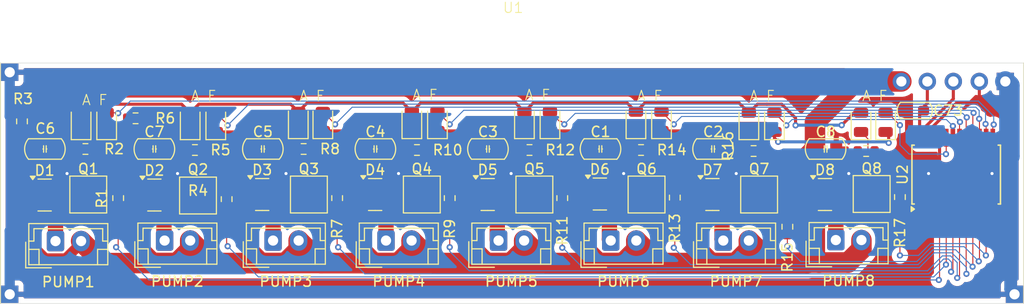
<source format=kicad_pcb>
(kicad_pcb
	(version 20241229)
	(generator "pcbnew")
	(generator_version "9.0")
	(general
		(thickness 1.6)
		(legacy_teardrops no)
	)
	(paper "A4")
	(layers
		(0 "F.Cu" signal)
		(2 "B.Cu" signal)
		(9 "F.Adhes" user "F.Adhesive")
		(11 "B.Adhes" user "B.Adhesive")
		(13 "F.Paste" user)
		(15 "B.Paste" user)
		(5 "F.SilkS" user "F.Silkscreen")
		(7 "B.SilkS" user "B.Silkscreen")
		(1 "F.Mask" user)
		(3 "B.Mask" user)
		(17 "Dwgs.User" user "User.Drawings")
		(19 "Cmts.User" user "User.Comments")
		(21 "Eco1.User" user "User.Eco1")
		(23 "Eco2.User" user "User.Eco2")
		(25 "Edge.Cuts" user)
		(27 "Margin" user)
		(31 "F.CrtYd" user "F.Courtyard")
		(29 "B.CrtYd" user "B.Courtyard")
		(35 "F.Fab" user)
		(33 "B.Fab" user)
		(39 "User.1" user)
		(41 "User.2" user)
		(43 "User.3" user)
		(45 "User.4" user)
	)
	(setup
		(pad_to_mask_clearance 0)
		(allow_soldermask_bridges_in_footprints no)
		(tenting front back)
		(pcbplotparams
			(layerselection 0x00000000_00000000_55555555_5755f5ff)
			(plot_on_all_layers_selection 0x00000000_00000000_00000000_00000000)
			(disableapertmacros no)
			(usegerberextensions no)
			(usegerberattributes yes)
			(usegerberadvancedattributes yes)
			(creategerberjobfile yes)
			(dashed_line_dash_ratio 12.000000)
			(dashed_line_gap_ratio 3.000000)
			(svgprecision 4)
			(plotframeref no)
			(mode 1)
			(useauxorigin no)
			(hpglpennumber 1)
			(hpglpenspeed 20)
			(hpglpendiameter 15.000000)
			(pdf_front_fp_property_popups yes)
			(pdf_back_fp_property_popups yes)
			(pdf_metadata yes)
			(pdf_single_document no)
			(dxfpolygonmode yes)
			(dxfimperialunits yes)
			(dxfusepcbnewfont yes)
			(psnegative no)
			(psa4output no)
			(plot_black_and_white yes)
			(plotinvisibletext no)
			(sketchpadsonfab no)
			(plotpadnumbers no)
			(hidednponfab no)
			(sketchdnponfab yes)
			(crossoutdnponfab yes)
			(subtractmaskfromsilk no)
			(outputformat 1)
			(mirror no)
			(drillshape 1)
			(scaleselection 1)
			(outputdirectory "")
		)
	)
	(net 0 "")
	(net 1 "GND")
	(net 2 "Net-(PUMP2-Pin_1)")
	(net 3 "VBAT")
	(net 4 "Net-(PUMP3-Pin_1)")
	(net 5 "Net-(PUMP4-Pin_1)")
	(net 6 "Net-(PUMP1-Pin_1)")
	(net 7 "Net-(PUMP5-Pin_1)")
	(net 8 "Net-(PUMP6-Pin_1)")
	(net 9 "Net-(PUMP7-Pin_1)")
	(net 10 "Net-(PUMP8-Pin_1)")
	(net 11 "5K_VBAT")
	(net 12 "Net-(P_FAULT1-K)")
	(net 13 "Net-(P_FAULT1-A)")
	(net 14 "Net-(P_FAULT2-A)")
	(net 15 "Net-(P_FAULT3-A)")
	(net 16 "Net-(P_FAULT4-A)")
	(net 17 "Net-(P_FAULT5-A)")
	(net 18 "Net-(P_FAULT6-A)")
	(net 19 "Net-(P_FAULT7-A)")
	(net 20 "Net-(P_FAULT8-A)")
	(net 21 "Net-(Q5-G)")
	(net 22 "PUMP1")
	(net 23 "Net-(Q7-G)")
	(net 24 "PUMP3")
	(net 25 "Net-(Q8-G)")
	(net 26 "PUMP4")
	(net 27 "PUMP5")
	(net 28 "PUMP6")
	(net 29 "PUMP7")
	(net 30 "PUMP8")
	(net 31 "PUMP2")
	(net 32 "3_3V")
	(net 33 "SDA")
	(net 34 "SCL")
	(net 35 "Net-(Q1-G)")
	(net 36 "Net-(Q2-G)")
	(net 37 "Net-(Q3-G)")
	(net 38 "Net-(Q4-G)")
	(net 39 "Net-(Q6-G)")
	(net 40 "unconnected-(U2-~{INT}-Pad1)")
	(footprint "Resistor_SMD:R_0603_1608Metric" (layer "F.Cu") (at 127.8 90.8 90))
	(footprint "PCM_Package_TO_SOT_SMD_AKL:SOT-23" (layer "F.Cu") (at 125.0375 90.45 180))
	(footprint "PCM_Package_TO_SOT_SMD_AKL:SOT-23" (layer "F.Cu") (at 147.075 90.45 180))
	(footprint "PCM_Package_TO_SOT_SMD_AKL:SOT-23" (layer "F.Cu") (at 103.475 90.45 180))
	(footprint "Connector_JST:JST_EH_B2B-EH-A_1x02_P2.50mm_Vertical" (layer "F.Cu") (at 176.5375 94.9))
	(footprint "Connector_JST:JST_EH_B2B-EH-A_1x02_P2.50mm_Vertical" (layer "F.Cu") (at 165.5375 94.95))
	(footprint "PCM_Capacitor_SMD_Handsoldering_AKL:C_0805_2012Metric_Pad1.18x1.45mm" (layer "F.Cu") (at 175.5375 86))
	(footprint "PCM_Capacitor_SMD_Handsoldering_AKL:C_0805_2012Metric_Pad1.18x1.45mm" (layer "F.Cu") (at 153.5375 86))
	(footprint "PCM_Capacitor_SMD_Handsoldering_AKL:C_0805_2012Metric_Pad1.18x1.45mm" (layer "F.Cu") (at 109.9375 86))
	(footprint "PCM_Package_TO_SOT_SMD_AKL:SOT-23" (layer "F.Cu") (at 158.0375 90.45 180))
	(footprint "Resistor_SMD:R_0603_1608Metric" (layer "F.Cu") (at 182.8 90.7 90))
	(footprint "Resistor_SMD:R_0603_1608Metric" (layer "F.Cu") (at 146.6 86.1 180))
	(footprint "LED_SMD:LED_0805_2012Metric" (layer "F.Cu") (at 148.6 83.3 90))
	(footprint "Resistor_SMD:R_0603_1608Metric" (layer "F.Cu") (at 157.5 86.1 180))
	(footprint "LED_SMD:LED_0805_2012Metric" (layer "F.Cu") (at 157 83.3 90))
	(footprint "Resistor_SMD:R_0603_1608Metric" (layer "F.Cu") (at 160.8 90.75 90))
	(footprint "LED_SMD:LED_0805_2012Metric" (layer "F.Cu") (at 113.4375 83.4 90))
	(footprint "Resistor_SMD:R_0603_1608Metric" (layer "F.Cu") (at 106.4 90.8 90))
	(footprint "Modules:PumpModule" (layer "F.Cu") (at 145.1 72.7))
	(footprint "Resistor_SMD:R_0603_1608Metric" (layer "F.Cu") (at 113.9 86.1 180))
	(footprint "LED_SMD:LED_0805_2012Metric" (layer "F.Cu") (at 137.6 83.3 90))
	(footprint "Resistor_SMD:R_0603_1608Metric" (layer "F.Cu") (at 168.5 86.2 180))
	(footprint "PCM_Capacitor_SMD_Handsoldering_AKL:C_0805_2012Metric_Pad1.18x1.45mm" (layer "F.Cu") (at 120.5375 86))
	(footprint "PCM_Capacitor_SMD_Handsoldering_AKL:C_0805_2012Metric_Pad1.18x1.45mm" (layer "F.Cu") (at 99.2375 86))
	(footprint "PCM_Package_TO_SOT_SMD_AKL:SOT-23" (layer "F.Cu") (at 136.075 90.45 180))
	(footprint "LED_SMD:LED_0805_2012Metric" (layer "F.Cu") (at 146.1 83.3 90))
	(footprint "LED_SMD:LED_0805_2012Metric" (layer "F.Cu") (at 179 83.4 90))
	(footprint "LED_SMD:LED_0805_2012Metric" (layer "F.Cu") (at 102.775 83.4 90))
	(footprint "Package_SO:SSOP-24_5.3x8.2mm_P0.65mm" (layer "F.Cu") (at 188.3 88.5 90))
	(footprint "Connector_JST:JST_EH_B2B-EH-A_1x02_P2.50mm_Vertical" (layer "F.Cu") (at 143.575 94.95))
	(footprint "LED_SMD:LED_0805_2012Metric" (layer "F.Cu") (at 124 83.3 90))
	(footprint "Resistor_SMD:R_0603_1608Metric" (layer "F.Cu") (at 171.8 93.6 90))
	(footprint "LED_SMD:LED_0805_2012Metric" (layer "F.Cu") (at 170.5375 83.4 90))
	(footprint "Connector_JST:JST_EH_B2B-EH-A_1x02_P2.50mm_Vertical" (layer "F.Cu") (at 154.5375 94.95))
	(footprint "PCM_Capacitor_SMD_Handsoldering_AKL:C_0805_2012Metric_Pad1.18x1.45mm" (layer "F.Cu") (at 142.5375 86))
	(footprint "PCM_Capacitor_SMD_Handsoldering_AKL:C_0805_2012Metric_Pad1.18x1.45mm" (layer "F.Cu") (at 131.5375 86))
	(footprint "LED_SMD:LED_0805_2012Metric"
		(layer "F.Cu")
		(uuid "8bc989da-988b-4264-9ebe-6131376797fb")
		(at 168.0375 83.4 90)
		(descr "LED SMD 0805 (2012 Metric), square (rectangular) end terminal, IPC_7351 nominal, (Body size source: https://docs.google.com/spreadsheets/d/1BsfQQcO9C6DZCsRaXUlFlo91Tg2WpOkGARC1WS5S8t0/edit?usp=sharing), generated with kicad-footprint-generator")
		(tags "LED")
		(property "Reference" "PUMP_D7"
			(at 0 -1.65 90)
			(layer "F.SilkS")
			(hide yes)
			(uuid "cc54d3e4-e400-4650-9a82-05a7dc06d571")
			(effects
				(font
					(size 1 1)
					(thickness 0.15)
				)
			)
		)
		(property "Value" "BLUE"
			(at 0 1.65 90)
			(layer "F.Fab")
			(uuid "895bf019-f7a6-46a0-a258-c7a442fc2ac4")
			(effects
				(font
					(size 1 1)
					(thickness 0.15)
				)
			)
		)
		(property "Datasheet" ""
			(at 0 0 90)
			(unlocked yes)
			(layer "F.Fab")
			(hide yes)
			(uuid "304e4a42-a521-4679-bfeb-f7cf38a64966")
			(effects
				(font
					(size 1.27 1.27)
					(thickness 0.15)
				)
			)
		)
		(property "Description" "Light emitting diode"
			(at 0 0 90)
			(unlocked yes)
			(layer "F.Fab")
			(hide yes)
			(uuid "92078826-49e3-4fe8-b93f-d05aa318764c")
			(effects
				(font
					(size 1.27 1.27)
					(thickness 0.15)
				)
			)
		)
		(property "LCSC_PART_NUMBER" "C205441"
			(at 0 0 90)
			(unlocked yes)
			(layer "F.Fab")
			(hide yes)
			(uuid "fd400863-3a86-4bb1-aafd-9cb33beeb100")
			(effects
				(font
					(size 1 1)
					(thickness 0.15)
				)
			)
		)
		(property "Sim.Pins" "1=K 2=A"
			(at 0 0 90)
			(unlocked yes)
			(layer "F.Fab")
			(hide yes)
			(uuid "c9240a4e-e774-4a8f-b8e6-890849076443")
			(effects
				(font
					(size 1 1)
					(thickness 0.15)
				)
			)
		)
		(property ki_fp_filters "LED* LED_SMD:* LED_THT:*")
		(path "/556d0d32-2548-4493-8b29-6dea6d8ebb66")
		(sheetname "/")
		(sheetfile "PumpOutput.kicad_sch")
		(attr smd dnp)
		(fp_line
			(start 1 -0.96)
			(end -1.685 -0.96)
			(stroke
				(width 0.12)
				(type solid)
			)
			(layer "F.SilkS")
			(uuid "46bfddfb-2d5b-4729-9d35-88949bc3917d")
		)
		(fp_line
			(start -1.685 -0.96)
			(end -1.685 0.96)
			(stroke
				(width 0.12)
				(type solid)
			)
			(layer "F.SilkS")
			(uuid "2d6bdf8f-f68e-4eb0-85e7-43e35739ece6")
		)
		(fp_line
			(start -1.685 0.96)
			(end 1 0.96)
			(stroke
				(width 0.12)
				(type solid)
			)
			(layer "F.SilkS")
			(uuid "aff04ae0-f92b-410c-8305-2cc924f706b9")
		)
		(fp_line
			(start 1.68 -0.95)
			(end 1.68 0.95)
			(stroke
				(width 0.05)
				(type solid)
			)
			(layer "F.CrtYd")
			(uuid "c650dd4d-977c-4351-85f6-218b05d9e547")
		)
		(fp_line
			(start -1.68 -0.95)
			(end 1.68 -0.95)
			(stroke
				(width 0.05)
				(type solid)
			)
			(layer "F.CrtYd")
			(uuid "f568bb37-1a49-4df9-9654-c6bbe5dc7843")
		)
		(fp_line
			(start 1.68 0.95)
			(end -1.68 0.95)
			(stroke
				(width 0.05)
				(type solid)
			)
			(layer "F.CrtYd")
			(uuid "59850283-be23-4941-ae76-1089e9a92a51")
		)
		(fp_line
			(start -1.68 0.95)
			(end -1.68 -0.95)
			(stroke
				(width 0.05)
				(type solid)
			)
			(layer "F.CrtYd")
			(uuid "42350794-f169-40b0-a8ea-0a86c1f5cd57")
		)
		(fp_line
			(start 1 -0.6)
			(end -0.7 -0.6)
			(stroke
				(width 0.1)
				(type solid)
			)
			(layer "F.Fab")
			(uuid "3d9df7b5-493b-440b-b21d-2863e6209eb0")
		)
		(fp_line
			(start -0.7 -0.6)
			(end -1 -0.3)
			(stroke
				(width 0.1)
				(type solid)
			)
			(layer "F.Fab")
			(uuid "d2f8c9f2-ee3c-484b-820f-75050848c8ef")
		)
		(fp_line
			(start -1 -0.3)
			(end -1 0.6)
			(stroke
				(width 0.1)
				(type solid)
			)
			(layer "F.Fab")
			(uuid "73dd7c25-2076-4b49-8753-b737f241813e")
		)
		(fp_line
			(start 1 0.6)
			(end 1 -0.6)
			(stroke
				(width 0.1)
				(type solid)
			)
			(layer "F.Fab")
			(uuid "fb24a76b-eab3-4c6b-bb63-8e0be6e776c4")
		)
		(fp_line
			(start -1 0.6)
			(end 1 0.6)
			(stroke
				(width 0.1)
				(type solid)
			)
			(layer "F.Fab")
			(uuid "a31fe680-620e-421e-8b37-8eb6aa59e5e4")
		)
		(fp_text user "${REFERENCE}"
			(at 0 0 90)
			(layer "F.Fab")
			(uuid "ddac34c9-9163-4149-83e1-b9d356f7795f")
			(effects
				(font
					(size 0.5 0.5)
					(thickness 0.08)
				)
			)
		)
		(pad "1" smd roundrect
			(at -0.9375 0 90)
			(size 0.975 1.4)
			(layers "F.Cu" "F.Mask" "F.Paste")
			(roundrect_rratio 0.25)
			(net 9 "Net-(PUMP7-Pin_1)")
			(pinfunction "K")
			(pintype "passive")
			(uuid "5acf59ac-80b8-4d2f-a5d6-f98cc1c76ce8")
		)
		(pad "2" smd roundrect
			(at 0.9375 0 90)
			(size 0.975 1.4)
			(layers "F.Cu" "F.Mask" "F.Paste")
			(roundrect_rratio 0.25)
			(net 11 "5K_VBAT")
			(pinfunction "A")
			(pintype "passive")
			(uuid "68c31d42-c2b3-44d0-8b45-5365b47c15fa")
		)
		(embedded_fonts no)
		(model "${KICAD9_3DMODEL_DIR}/LED_SMD
... [406212 chars truncated]
</source>
